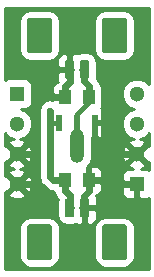
<source format=gtl>
G04 #@! TF.GenerationSoftware,KiCad,Pcbnew,5.0.1-33cea8e~68~ubuntu18.04.1*
G04 #@! TF.CreationDate,2018-11-10T11:43:34+01:00*
G04 #@! TF.ProjectId,MCP1702_SOT89_breakoutmodule,4D4350313730325F534F5438395F6272,rev?*
G04 #@! TF.SameCoordinates,Original*
G04 #@! TF.FileFunction,Copper,L1,Top,Signal*
G04 #@! TF.FilePolarity,Positive*
%FSLAX46Y46*%
G04 Gerber Fmt 4.6, Leading zero omitted, Abs format (unit mm)*
G04 Created by KiCad (PCBNEW 5.0.1-33cea8e~68~ubuntu18.04.1) date za 10 nov 2018 11:43:34 CET*
%MOMM*%
%LPD*%
G01*
G04 APERTURE LIST*
G04 #@! TA.AperFunction,SMDPad,CuDef*
%ADD10R,1.000000X1.250000*%
G04 #@! TD*
G04 #@! TA.AperFunction,ComponentPad*
%ADD11R,1.300000X1.300000*%
G04 #@! TD*
G04 #@! TA.AperFunction,ComponentPad*
%ADD12C,1.300000*%
G04 #@! TD*
G04 #@! TA.AperFunction,Conductor*
%ADD13C,0.100000*%
G04 #@! TD*
G04 #@! TA.AperFunction,SMDPad,CuDef*
%ADD14C,2.100000*%
G04 #@! TD*
G04 #@! TA.AperFunction,SMDPad,CuDef*
%ADD15C,0.800000*%
G04 #@! TD*
G04 #@! TA.AperFunction,SMDPad,CuDef*
%ADD16R,0.480000X1.400000*%
G04 #@! TD*
G04 #@! TA.AperFunction,SMDPad,CuDef*
%ADD17O,1.200000X2.850000*%
G04 #@! TD*
G04 #@! TA.AperFunction,ComponentPad*
%ADD18R,0.600000X0.600000*%
G04 #@! TD*
G04 #@! TA.AperFunction,ViaPad*
%ADD19C,0.550000*%
G04 #@! TD*
G04 #@! TA.AperFunction,Conductor*
%ADD20C,0.600000*%
G04 #@! TD*
G04 #@! TA.AperFunction,Conductor*
%ADD21C,0.400000*%
G04 #@! TD*
G04 #@! TA.AperFunction,Conductor*
%ADD22C,0.254000*%
G04 #@! TD*
G04 APERTURE END LIST*
D10*
G04 #@! TO.P,C1,1*
G04 #@! TO.N,+12V*
X136900000Y-73900000D03*
G04 #@! TO.P,C1,2*
G04 #@! TO.N,GND*
X134900000Y-73900000D03*
G04 #@! TD*
G04 #@! TO.P,C2,2*
G04 #@! TO.N,GND*
X136900000Y-81000000D03*
G04 #@! TO.P,C2,1*
G04 #@! TO.N,VDD*
X134900000Y-81000000D03*
G04 #@! TD*
D11*
G04 #@! TO.P,J1,1*
G04 #@! TO.N,+12V*
X130810000Y-73660000D03*
D12*
G04 #@! TO.P,J1,2*
X130810000Y-76200000D03*
G04 #@! TO.P,J1,3*
G04 #@! TO.N,GND*
X130810000Y-78740000D03*
G04 #@! TO.P,J1,4*
X130810000Y-81280000D03*
G04 #@! TD*
D13*
G04 #@! TO.N,N/C*
G04 #@! TO.C,J2*
G36*
X139889504Y-84726204D02*
X139913773Y-84729804D01*
X139937571Y-84735765D01*
X139960671Y-84744030D01*
X139982849Y-84754520D01*
X140003893Y-84767133D01*
X140023598Y-84781747D01*
X140041777Y-84798223D01*
X140058253Y-84816402D01*
X140072867Y-84836107D01*
X140085480Y-84857151D01*
X140095970Y-84879329D01*
X140104235Y-84902429D01*
X140110196Y-84926227D01*
X140113796Y-84950496D01*
X140115000Y-84975000D01*
X140115000Y-87475000D01*
X140113796Y-87499504D01*
X140110196Y-87523773D01*
X140104235Y-87547571D01*
X140095970Y-87570671D01*
X140085480Y-87592849D01*
X140072867Y-87613893D01*
X140058253Y-87633598D01*
X140041777Y-87651777D01*
X140023598Y-87668253D01*
X140003893Y-87682867D01*
X139982849Y-87695480D01*
X139960671Y-87705970D01*
X139937571Y-87714235D01*
X139913773Y-87720196D01*
X139889504Y-87723796D01*
X139865000Y-87725000D01*
X138265000Y-87725000D01*
X138240496Y-87723796D01*
X138216227Y-87720196D01*
X138192429Y-87714235D01*
X138169329Y-87705970D01*
X138147151Y-87695480D01*
X138126107Y-87682867D01*
X138106402Y-87668253D01*
X138088223Y-87651777D01*
X138071747Y-87633598D01*
X138057133Y-87613893D01*
X138044520Y-87592849D01*
X138034030Y-87570671D01*
X138025765Y-87547571D01*
X138019804Y-87523773D01*
X138016204Y-87499504D01*
X138015000Y-87475000D01*
X138015000Y-84975000D01*
X138016204Y-84950496D01*
X138019804Y-84926227D01*
X138025765Y-84902429D01*
X138034030Y-84879329D01*
X138044520Y-84857151D01*
X138057133Y-84836107D01*
X138071747Y-84816402D01*
X138088223Y-84798223D01*
X138106402Y-84781747D01*
X138126107Y-84767133D01*
X138147151Y-84754520D01*
X138169329Y-84744030D01*
X138192429Y-84735765D01*
X138216227Y-84729804D01*
X138240496Y-84726204D01*
X138265000Y-84725000D01*
X139865000Y-84725000D01*
X139889504Y-84726204D01*
X139889504Y-84726204D01*
G37*
D14*
G04 #@! TD*
G04 #@! TO.P,J2,MP*
G04 #@! TO.N,N/C*
X139065000Y-86225000D03*
D13*
G04 #@! TO.N,N/C*
G04 #@! TO.C,J2*
G36*
X133539504Y-84726204D02*
X133563773Y-84729804D01*
X133587571Y-84735765D01*
X133610671Y-84744030D01*
X133632849Y-84754520D01*
X133653893Y-84767133D01*
X133673598Y-84781747D01*
X133691777Y-84798223D01*
X133708253Y-84816402D01*
X133722867Y-84836107D01*
X133735480Y-84857151D01*
X133745970Y-84879329D01*
X133754235Y-84902429D01*
X133760196Y-84926227D01*
X133763796Y-84950496D01*
X133765000Y-84975000D01*
X133765000Y-87475000D01*
X133763796Y-87499504D01*
X133760196Y-87523773D01*
X133754235Y-87547571D01*
X133745970Y-87570671D01*
X133735480Y-87592849D01*
X133722867Y-87613893D01*
X133708253Y-87633598D01*
X133691777Y-87651777D01*
X133673598Y-87668253D01*
X133653893Y-87682867D01*
X133632849Y-87695480D01*
X133610671Y-87705970D01*
X133587571Y-87714235D01*
X133563773Y-87720196D01*
X133539504Y-87723796D01*
X133515000Y-87725000D01*
X131915000Y-87725000D01*
X131890496Y-87723796D01*
X131866227Y-87720196D01*
X131842429Y-87714235D01*
X131819329Y-87705970D01*
X131797151Y-87695480D01*
X131776107Y-87682867D01*
X131756402Y-87668253D01*
X131738223Y-87651777D01*
X131721747Y-87633598D01*
X131707133Y-87613893D01*
X131694520Y-87592849D01*
X131684030Y-87570671D01*
X131675765Y-87547571D01*
X131669804Y-87523773D01*
X131666204Y-87499504D01*
X131665000Y-87475000D01*
X131665000Y-84975000D01*
X131666204Y-84950496D01*
X131669804Y-84926227D01*
X131675765Y-84902429D01*
X131684030Y-84879329D01*
X131694520Y-84857151D01*
X131707133Y-84836107D01*
X131721747Y-84816402D01*
X131738223Y-84798223D01*
X131756402Y-84781747D01*
X131776107Y-84767133D01*
X131797151Y-84754520D01*
X131819329Y-84744030D01*
X131842429Y-84735765D01*
X131866227Y-84729804D01*
X131890496Y-84726204D01*
X131915000Y-84725000D01*
X133515000Y-84725000D01*
X133539504Y-84726204D01*
X133539504Y-84726204D01*
G37*
D14*
G04 #@! TD*
G04 #@! TO.P,J2,MP*
G04 #@! TO.N,N/C*
X132715000Y-86225000D03*
D13*
G04 #@! TO.N,GND*
G04 #@! TO.C,J2*
G36*
X136734603Y-82525963D02*
X136754018Y-82528843D01*
X136773057Y-82533612D01*
X136791537Y-82540224D01*
X136809279Y-82548616D01*
X136826114Y-82558706D01*
X136841879Y-82570398D01*
X136856421Y-82583579D01*
X136869602Y-82598121D01*
X136881294Y-82613886D01*
X136891384Y-82630721D01*
X136899776Y-82648463D01*
X136906388Y-82666943D01*
X136911157Y-82685982D01*
X136914037Y-82705397D01*
X136915000Y-82725000D01*
X136915000Y-83925000D01*
X136914037Y-83944603D01*
X136911157Y-83964018D01*
X136906388Y-83983057D01*
X136899776Y-84001537D01*
X136891384Y-84019279D01*
X136881294Y-84036114D01*
X136869602Y-84051879D01*
X136856421Y-84066421D01*
X136841879Y-84079602D01*
X136826114Y-84091294D01*
X136809279Y-84101384D01*
X136791537Y-84109776D01*
X136773057Y-84116388D01*
X136754018Y-84121157D01*
X136734603Y-84124037D01*
X136715000Y-84125000D01*
X136315000Y-84125000D01*
X136295397Y-84124037D01*
X136275982Y-84121157D01*
X136256943Y-84116388D01*
X136238463Y-84109776D01*
X136220721Y-84101384D01*
X136203886Y-84091294D01*
X136188121Y-84079602D01*
X136173579Y-84066421D01*
X136160398Y-84051879D01*
X136148706Y-84036114D01*
X136138616Y-84019279D01*
X136130224Y-84001537D01*
X136123612Y-83983057D01*
X136118843Y-83964018D01*
X136115963Y-83944603D01*
X136115000Y-83925000D01*
X136115000Y-82725000D01*
X136115963Y-82705397D01*
X136118843Y-82685982D01*
X136123612Y-82666943D01*
X136130224Y-82648463D01*
X136138616Y-82630721D01*
X136148706Y-82613886D01*
X136160398Y-82598121D01*
X136173579Y-82583579D01*
X136188121Y-82570398D01*
X136203886Y-82558706D01*
X136220721Y-82548616D01*
X136238463Y-82540224D01*
X136256943Y-82533612D01*
X136275982Y-82528843D01*
X136295397Y-82525963D01*
X136315000Y-82525000D01*
X136715000Y-82525000D01*
X136734603Y-82525963D01*
X136734603Y-82525963D01*
G37*
D15*
G04 #@! TD*
G04 #@! TO.P,J2,2*
G04 #@! TO.N,GND*
X136515000Y-83325000D03*
D13*
G04 #@! TO.N,VDD*
G04 #@! TO.C,J2*
G36*
X135484603Y-82525963D02*
X135504018Y-82528843D01*
X135523057Y-82533612D01*
X135541537Y-82540224D01*
X135559279Y-82548616D01*
X135576114Y-82558706D01*
X135591879Y-82570398D01*
X135606421Y-82583579D01*
X135619602Y-82598121D01*
X135631294Y-82613886D01*
X135641384Y-82630721D01*
X135649776Y-82648463D01*
X135656388Y-82666943D01*
X135661157Y-82685982D01*
X135664037Y-82705397D01*
X135665000Y-82725000D01*
X135665000Y-83925000D01*
X135664037Y-83944603D01*
X135661157Y-83964018D01*
X135656388Y-83983057D01*
X135649776Y-84001537D01*
X135641384Y-84019279D01*
X135631294Y-84036114D01*
X135619602Y-84051879D01*
X135606421Y-84066421D01*
X135591879Y-84079602D01*
X135576114Y-84091294D01*
X135559279Y-84101384D01*
X135541537Y-84109776D01*
X135523057Y-84116388D01*
X135504018Y-84121157D01*
X135484603Y-84124037D01*
X135465000Y-84125000D01*
X135065000Y-84125000D01*
X135045397Y-84124037D01*
X135025982Y-84121157D01*
X135006943Y-84116388D01*
X134988463Y-84109776D01*
X134970721Y-84101384D01*
X134953886Y-84091294D01*
X134938121Y-84079602D01*
X134923579Y-84066421D01*
X134910398Y-84051879D01*
X134898706Y-84036114D01*
X134888616Y-84019279D01*
X134880224Y-84001537D01*
X134873612Y-83983057D01*
X134868843Y-83964018D01*
X134865963Y-83944603D01*
X134865000Y-83925000D01*
X134865000Y-82725000D01*
X134865963Y-82705397D01*
X134868843Y-82685982D01*
X134873612Y-82666943D01*
X134880224Y-82648463D01*
X134888616Y-82630721D01*
X134898706Y-82613886D01*
X134910398Y-82598121D01*
X134923579Y-82583579D01*
X134938121Y-82570398D01*
X134953886Y-82558706D01*
X134970721Y-82548616D01*
X134988463Y-82540224D01*
X135006943Y-82533612D01*
X135025982Y-82528843D01*
X135045397Y-82525963D01*
X135065000Y-82525000D01*
X135465000Y-82525000D01*
X135484603Y-82525963D01*
X135484603Y-82525963D01*
G37*
D15*
G04 #@! TD*
G04 #@! TO.P,J2,1*
G04 #@! TO.N,VDD*
X135265000Y-83325000D03*
D13*
G04 #@! TO.N,+12V*
G04 #@! TO.C,J3*
G36*
X136734603Y-70815963D02*
X136754018Y-70818843D01*
X136773057Y-70823612D01*
X136791537Y-70830224D01*
X136809279Y-70838616D01*
X136826114Y-70848706D01*
X136841879Y-70860398D01*
X136856421Y-70873579D01*
X136869602Y-70888121D01*
X136881294Y-70903886D01*
X136891384Y-70920721D01*
X136899776Y-70938463D01*
X136906388Y-70956943D01*
X136911157Y-70975982D01*
X136914037Y-70995397D01*
X136915000Y-71015000D01*
X136915000Y-72215000D01*
X136914037Y-72234603D01*
X136911157Y-72254018D01*
X136906388Y-72273057D01*
X136899776Y-72291537D01*
X136891384Y-72309279D01*
X136881294Y-72326114D01*
X136869602Y-72341879D01*
X136856421Y-72356421D01*
X136841879Y-72369602D01*
X136826114Y-72381294D01*
X136809279Y-72391384D01*
X136791537Y-72399776D01*
X136773057Y-72406388D01*
X136754018Y-72411157D01*
X136734603Y-72414037D01*
X136715000Y-72415000D01*
X136315000Y-72415000D01*
X136295397Y-72414037D01*
X136275982Y-72411157D01*
X136256943Y-72406388D01*
X136238463Y-72399776D01*
X136220721Y-72391384D01*
X136203886Y-72381294D01*
X136188121Y-72369602D01*
X136173579Y-72356421D01*
X136160398Y-72341879D01*
X136148706Y-72326114D01*
X136138616Y-72309279D01*
X136130224Y-72291537D01*
X136123612Y-72273057D01*
X136118843Y-72254018D01*
X136115963Y-72234603D01*
X136115000Y-72215000D01*
X136115000Y-71015000D01*
X136115963Y-70995397D01*
X136118843Y-70975982D01*
X136123612Y-70956943D01*
X136130224Y-70938463D01*
X136138616Y-70920721D01*
X136148706Y-70903886D01*
X136160398Y-70888121D01*
X136173579Y-70873579D01*
X136188121Y-70860398D01*
X136203886Y-70848706D01*
X136220721Y-70838616D01*
X136238463Y-70830224D01*
X136256943Y-70823612D01*
X136275982Y-70818843D01*
X136295397Y-70815963D01*
X136315000Y-70815000D01*
X136715000Y-70815000D01*
X136734603Y-70815963D01*
X136734603Y-70815963D01*
G37*
D15*
G04 #@! TD*
G04 #@! TO.P,J3,1*
G04 #@! TO.N,+12V*
X136515000Y-71615000D03*
D13*
G04 #@! TO.N,GND*
G04 #@! TO.C,J3*
G36*
X135484603Y-70815963D02*
X135504018Y-70818843D01*
X135523057Y-70823612D01*
X135541537Y-70830224D01*
X135559279Y-70838616D01*
X135576114Y-70848706D01*
X135591879Y-70860398D01*
X135606421Y-70873579D01*
X135619602Y-70888121D01*
X135631294Y-70903886D01*
X135641384Y-70920721D01*
X135649776Y-70938463D01*
X135656388Y-70956943D01*
X135661157Y-70975982D01*
X135664037Y-70995397D01*
X135665000Y-71015000D01*
X135665000Y-72215000D01*
X135664037Y-72234603D01*
X135661157Y-72254018D01*
X135656388Y-72273057D01*
X135649776Y-72291537D01*
X135641384Y-72309279D01*
X135631294Y-72326114D01*
X135619602Y-72341879D01*
X135606421Y-72356421D01*
X135591879Y-72369602D01*
X135576114Y-72381294D01*
X135559279Y-72391384D01*
X135541537Y-72399776D01*
X135523057Y-72406388D01*
X135504018Y-72411157D01*
X135484603Y-72414037D01*
X135465000Y-72415000D01*
X135065000Y-72415000D01*
X135045397Y-72414037D01*
X135025982Y-72411157D01*
X135006943Y-72406388D01*
X134988463Y-72399776D01*
X134970721Y-72391384D01*
X134953886Y-72381294D01*
X134938121Y-72369602D01*
X134923579Y-72356421D01*
X134910398Y-72341879D01*
X134898706Y-72326114D01*
X134888616Y-72309279D01*
X134880224Y-72291537D01*
X134873612Y-72273057D01*
X134868843Y-72254018D01*
X134865963Y-72234603D01*
X134865000Y-72215000D01*
X134865000Y-71015000D01*
X134865963Y-70995397D01*
X134868843Y-70975982D01*
X134873612Y-70956943D01*
X134880224Y-70938463D01*
X134888616Y-70920721D01*
X134898706Y-70903886D01*
X134910398Y-70888121D01*
X134923579Y-70873579D01*
X134938121Y-70860398D01*
X134953886Y-70848706D01*
X134970721Y-70838616D01*
X134988463Y-70830224D01*
X135006943Y-70823612D01*
X135025982Y-70818843D01*
X135045397Y-70815963D01*
X135065000Y-70815000D01*
X135465000Y-70815000D01*
X135484603Y-70815963D01*
X135484603Y-70815963D01*
G37*
D15*
G04 #@! TD*
G04 #@! TO.P,J3,2*
G04 #@! TO.N,GND*
X135265000Y-71615000D03*
D13*
G04 #@! TO.N,N/C*
G04 #@! TO.C,J3*
G36*
X139889504Y-67216204D02*
X139913773Y-67219804D01*
X139937571Y-67225765D01*
X139960671Y-67234030D01*
X139982849Y-67244520D01*
X140003893Y-67257133D01*
X140023598Y-67271747D01*
X140041777Y-67288223D01*
X140058253Y-67306402D01*
X140072867Y-67326107D01*
X140085480Y-67347151D01*
X140095970Y-67369329D01*
X140104235Y-67392429D01*
X140110196Y-67416227D01*
X140113796Y-67440496D01*
X140115000Y-67465000D01*
X140115000Y-69965000D01*
X140113796Y-69989504D01*
X140110196Y-70013773D01*
X140104235Y-70037571D01*
X140095970Y-70060671D01*
X140085480Y-70082849D01*
X140072867Y-70103893D01*
X140058253Y-70123598D01*
X140041777Y-70141777D01*
X140023598Y-70158253D01*
X140003893Y-70172867D01*
X139982849Y-70185480D01*
X139960671Y-70195970D01*
X139937571Y-70204235D01*
X139913773Y-70210196D01*
X139889504Y-70213796D01*
X139865000Y-70215000D01*
X138265000Y-70215000D01*
X138240496Y-70213796D01*
X138216227Y-70210196D01*
X138192429Y-70204235D01*
X138169329Y-70195970D01*
X138147151Y-70185480D01*
X138126107Y-70172867D01*
X138106402Y-70158253D01*
X138088223Y-70141777D01*
X138071747Y-70123598D01*
X138057133Y-70103893D01*
X138044520Y-70082849D01*
X138034030Y-70060671D01*
X138025765Y-70037571D01*
X138019804Y-70013773D01*
X138016204Y-69989504D01*
X138015000Y-69965000D01*
X138015000Y-67465000D01*
X138016204Y-67440496D01*
X138019804Y-67416227D01*
X138025765Y-67392429D01*
X138034030Y-67369329D01*
X138044520Y-67347151D01*
X138057133Y-67326107D01*
X138071747Y-67306402D01*
X138088223Y-67288223D01*
X138106402Y-67271747D01*
X138126107Y-67257133D01*
X138147151Y-67244520D01*
X138169329Y-67234030D01*
X138192429Y-67225765D01*
X138216227Y-67219804D01*
X138240496Y-67216204D01*
X138265000Y-67215000D01*
X139865000Y-67215000D01*
X139889504Y-67216204D01*
X139889504Y-67216204D01*
G37*
D14*
G04 #@! TD*
G04 #@! TO.P,J3,MP*
G04 #@! TO.N,N/C*
X139065000Y-68715000D03*
D13*
G04 #@! TO.N,N/C*
G04 #@! TO.C,J3*
G36*
X133539504Y-67216204D02*
X133563773Y-67219804D01*
X133587571Y-67225765D01*
X133610671Y-67234030D01*
X133632849Y-67244520D01*
X133653893Y-67257133D01*
X133673598Y-67271747D01*
X133691777Y-67288223D01*
X133708253Y-67306402D01*
X133722867Y-67326107D01*
X133735480Y-67347151D01*
X133745970Y-67369329D01*
X133754235Y-67392429D01*
X133760196Y-67416227D01*
X133763796Y-67440496D01*
X133765000Y-67465000D01*
X133765000Y-69965000D01*
X133763796Y-69989504D01*
X133760196Y-70013773D01*
X133754235Y-70037571D01*
X133745970Y-70060671D01*
X133735480Y-70082849D01*
X133722867Y-70103893D01*
X133708253Y-70123598D01*
X133691777Y-70141777D01*
X133673598Y-70158253D01*
X133653893Y-70172867D01*
X133632849Y-70185480D01*
X133610671Y-70195970D01*
X133587571Y-70204235D01*
X133563773Y-70210196D01*
X133539504Y-70213796D01*
X133515000Y-70215000D01*
X131915000Y-70215000D01*
X131890496Y-70213796D01*
X131866227Y-70210196D01*
X131842429Y-70204235D01*
X131819329Y-70195970D01*
X131797151Y-70185480D01*
X131776107Y-70172867D01*
X131756402Y-70158253D01*
X131738223Y-70141777D01*
X131721747Y-70123598D01*
X131707133Y-70103893D01*
X131694520Y-70082849D01*
X131684030Y-70060671D01*
X131675765Y-70037571D01*
X131669804Y-70013773D01*
X131666204Y-69989504D01*
X131665000Y-69965000D01*
X131665000Y-67465000D01*
X131666204Y-67440496D01*
X131669804Y-67416227D01*
X131675765Y-67392429D01*
X131684030Y-67369329D01*
X131694520Y-67347151D01*
X131707133Y-67326107D01*
X131721747Y-67306402D01*
X131738223Y-67288223D01*
X131756402Y-67271747D01*
X131776107Y-67257133D01*
X131797151Y-67244520D01*
X131819329Y-67234030D01*
X131842429Y-67225765D01*
X131866227Y-67219804D01*
X131890496Y-67216204D01*
X131915000Y-67215000D01*
X133515000Y-67215000D01*
X133539504Y-67216204D01*
X133539504Y-67216204D01*
G37*
D14*
G04 #@! TD*
G04 #@! TO.P,J3,MP*
G04 #@! TO.N,N/C*
X132715000Y-68715000D03*
D12*
G04 #@! TO.P,J4,4*
G04 #@! TO.N,VDD*
X140970000Y-73660000D03*
G04 #@! TO.P,J4,3*
X140970000Y-76200000D03*
G04 #@! TO.P,J4,2*
G04 #@! TO.N,GND*
X140970000Y-78740000D03*
D11*
G04 #@! TO.P,J4,1*
X140970000Y-81280000D03*
G04 #@! TD*
D16*
G04 #@! TO.P,U1,1*
G04 #@! TO.N,GND*
X137400000Y-76100000D03*
G04 #@! TO.P,U1,2*
G04 #@! TO.N,+12V*
X135900000Y-76100000D03*
G04 #@! TO.P,U1,3*
G04 #@! TO.N,VDD*
X134400000Y-76100000D03*
D17*
G04 #@! TO.P,U1,TAB*
G04 #@! TO.N,+12V*
X135900000Y-78100000D03*
D18*
X136200000Y-77800000D03*
X135600000Y-77800000D03*
X135600000Y-78400000D03*
X136200000Y-78400000D03*
X135900000Y-79000000D03*
X135900000Y-77200000D03*
G04 #@! TD*
D19*
G04 #@! TO.N,GND*
X133800000Y-73900000D03*
X138200000Y-73900000D03*
G04 #@! TO.N,VDD*
X133600000Y-75100000D03*
G04 #@! TD*
D20*
G04 #@! TO.N,+12V*
X136515000Y-71615000D02*
X136515000Y-72615000D01*
X136900000Y-73000000D02*
X136900000Y-73900000D01*
X136515000Y-72615000D02*
X136900000Y-73000000D01*
D21*
X136900000Y-73900000D02*
X136900000Y-74400000D01*
X135900000Y-75400000D02*
X135900000Y-76100000D01*
X136900000Y-74400000D02*
X135900000Y-75400000D01*
X135900000Y-76100000D02*
X135900000Y-78100000D01*
D20*
G04 #@! TO.N,GND*
X135265000Y-71615000D02*
X135265000Y-72635000D01*
X134900000Y-73000000D02*
X134900000Y-73900000D01*
X135265000Y-72635000D02*
X134900000Y-73000000D01*
X134900000Y-73900000D02*
X133800000Y-73900000D01*
X136515000Y-83325000D02*
X136515000Y-82285000D01*
X136900000Y-81900000D02*
X136900000Y-81000000D01*
X136515000Y-82285000D02*
X136900000Y-81900000D01*
X132120000Y-81280000D02*
X130810000Y-81280000D01*
X133800000Y-73900000D02*
X133200000Y-73900000D01*
X132500000Y-80900000D02*
X132120000Y-81280000D01*
X133200000Y-73900000D02*
X132500000Y-74600000D01*
X132460000Y-78740000D02*
X132500000Y-78700000D01*
X130810000Y-78740000D02*
X132460000Y-78740000D01*
X132500000Y-74600000D02*
X132500000Y-78700000D01*
X132500000Y-78700000D02*
X132500000Y-80900000D01*
X138200000Y-81000000D02*
X136900000Y-81000000D01*
X138480000Y-81280000D02*
X138200000Y-81000000D01*
X140970000Y-81280000D02*
X138480000Y-81280000D01*
X140970000Y-78740000D02*
X138260000Y-78740000D01*
X138260000Y-78740000D02*
X138200000Y-78800000D01*
X138200000Y-78800000D02*
X138200000Y-81000000D01*
D21*
X137400000Y-76100000D02*
X138200000Y-76100000D01*
D20*
X138200000Y-73900000D02*
X138200000Y-76100000D01*
X138200000Y-76100000D02*
X138200000Y-78800000D01*
G04 #@! TO.N,VDD*
X134900000Y-81900000D02*
X134900000Y-81000000D01*
X135265000Y-83325000D02*
X135265000Y-82265000D01*
X135265000Y-82265000D02*
X134900000Y-81900000D01*
D21*
X134400000Y-76100000D02*
X133800000Y-76100000D01*
D20*
X133600000Y-76300000D02*
X133600000Y-80700000D01*
X133900000Y-81000000D02*
X134900000Y-81000000D01*
X133600000Y-80700000D02*
X133900000Y-81000000D01*
X133600000Y-76300000D02*
X133600000Y-75100000D01*
G04 #@! TD*
D22*
G04 #@! TO.N,GND*
G36*
X141990000Y-72862735D02*
X141697894Y-72570629D01*
X141225602Y-72375000D01*
X140714398Y-72375000D01*
X140242106Y-72570629D01*
X139880629Y-72932106D01*
X139685000Y-73404398D01*
X139685000Y-73915602D01*
X139880629Y-74387894D01*
X140242106Y-74749371D01*
X140678185Y-74930000D01*
X140242106Y-75110629D01*
X139880629Y-75472106D01*
X139685000Y-75944398D01*
X139685000Y-76455602D01*
X139880629Y-76927894D01*
X140242106Y-77289371D01*
X140677634Y-77469772D01*
X140640572Y-77471917D01*
X140306271Y-77610389D01*
X140250590Y-77840984D01*
X140970000Y-78560395D01*
X141689410Y-77840984D01*
X141633729Y-77610389D01*
X141247426Y-77475960D01*
X141697894Y-77289371D01*
X141990000Y-76997265D01*
X141990001Y-78049804D01*
X141869016Y-78020590D01*
X141149605Y-78740000D01*
X141869016Y-79459410D01*
X141990001Y-79430196D01*
X141990001Y-80101975D01*
X141979699Y-80091673D01*
X141746310Y-79995000D01*
X141331013Y-79995000D01*
X141633729Y-79869611D01*
X141689410Y-79639016D01*
X140970000Y-78919605D01*
X140250590Y-79639016D01*
X140306271Y-79869611D01*
X140666597Y-79995000D01*
X140193690Y-79995000D01*
X139960301Y-80091673D01*
X139781673Y-80270302D01*
X139685000Y-80503691D01*
X139685000Y-80994250D01*
X139843750Y-81153000D01*
X140843000Y-81153000D01*
X140843000Y-81133000D01*
X141097000Y-81133000D01*
X141097000Y-81153000D01*
X141117000Y-81153000D01*
X141117000Y-81407000D01*
X141097000Y-81407000D01*
X141097000Y-82406250D01*
X141255750Y-82565000D01*
X141746310Y-82565000D01*
X141979699Y-82468327D01*
X141990001Y-82458025D01*
X141990001Y-88490000D01*
X129810000Y-88490000D01*
X129810000Y-84975000D01*
X131017560Y-84975000D01*
X131017560Y-87475000D01*
X131085874Y-87818435D01*
X131280414Y-88109586D01*
X131571565Y-88304126D01*
X131915000Y-88372440D01*
X133515000Y-88372440D01*
X133858435Y-88304126D01*
X134149586Y-88109586D01*
X134344126Y-87818435D01*
X134412440Y-87475000D01*
X134412440Y-84975000D01*
X137367560Y-84975000D01*
X137367560Y-87475000D01*
X137435874Y-87818435D01*
X137630414Y-88109586D01*
X137921565Y-88304126D01*
X138265000Y-88372440D01*
X139865000Y-88372440D01*
X140208435Y-88304126D01*
X140499586Y-88109586D01*
X140694126Y-87818435D01*
X140762440Y-87475000D01*
X140762440Y-84975000D01*
X140694126Y-84631565D01*
X140499586Y-84340414D01*
X140208435Y-84145874D01*
X139865000Y-84077560D01*
X138265000Y-84077560D01*
X137921565Y-84145874D01*
X137630414Y-84340414D01*
X137435874Y-84631565D01*
X137367560Y-84975000D01*
X134412440Y-84975000D01*
X134344126Y-84631565D01*
X134149586Y-84340414D01*
X133858435Y-84145874D01*
X133515000Y-84077560D01*
X131915000Y-84077560D01*
X131571565Y-84145874D01*
X131280414Y-84340414D01*
X131085874Y-84631565D01*
X131017560Y-84975000D01*
X129810000Y-84975000D01*
X129810000Y-82179016D01*
X130090590Y-82179016D01*
X130146271Y-82409611D01*
X130629078Y-82577622D01*
X131139428Y-82548083D01*
X131473729Y-82409611D01*
X131529410Y-82179016D01*
X130810000Y-81459605D01*
X130090590Y-82179016D01*
X129810000Y-82179016D01*
X129810000Y-81975026D01*
X129910984Y-81999410D01*
X130630395Y-81280000D01*
X130989605Y-81280000D01*
X131709016Y-81999410D01*
X131939611Y-81943729D01*
X132107622Y-81460922D01*
X132078083Y-80950572D01*
X131974293Y-80700000D01*
X132646683Y-80700000D01*
X132719250Y-81064818D01*
X132863030Y-81280000D01*
X132925904Y-81374097D01*
X133003970Y-81426259D01*
X133173739Y-81596028D01*
X133225903Y-81674097D01*
X133535181Y-81880750D01*
X133807914Y-81935000D01*
X133848871Y-81943147D01*
X133942191Y-82082809D01*
X133989309Y-82114292D01*
X134019250Y-82264818D01*
X134225903Y-82574097D01*
X134245034Y-82586880D01*
X134217560Y-82725000D01*
X134217560Y-83925000D01*
X134282068Y-84249301D01*
X134465769Y-84524231D01*
X134740699Y-84707932D01*
X135065000Y-84772440D01*
X135465000Y-84772440D01*
X135789301Y-84707932D01*
X135817500Y-84689090D01*
X135988691Y-84760000D01*
X136229250Y-84760000D01*
X136388000Y-84601250D01*
X136388000Y-83452000D01*
X136642000Y-83452000D01*
X136642000Y-84601250D01*
X136800750Y-84760000D01*
X137041309Y-84760000D01*
X137274698Y-84663327D01*
X137453327Y-84484699D01*
X137550000Y-84251310D01*
X137550000Y-83610750D01*
X137391250Y-83452000D01*
X136642000Y-83452000D01*
X136388000Y-83452000D01*
X136368000Y-83452000D01*
X136368000Y-83198000D01*
X136388000Y-83198000D01*
X136388000Y-83178000D01*
X136642000Y-83178000D01*
X136642000Y-83198000D01*
X137391250Y-83198000D01*
X137550000Y-83039250D01*
X137550000Y-82398690D01*
X137492553Y-82260000D01*
X137526309Y-82260000D01*
X137759698Y-82163327D01*
X137938327Y-81984699D01*
X138035000Y-81751310D01*
X138035000Y-81565750D01*
X139685000Y-81565750D01*
X139685000Y-82056309D01*
X139781673Y-82289698D01*
X139960301Y-82468327D01*
X140193690Y-82565000D01*
X140684250Y-82565000D01*
X140843000Y-82406250D01*
X140843000Y-81407000D01*
X139843750Y-81407000D01*
X139685000Y-81565750D01*
X138035000Y-81565750D01*
X138035000Y-81285750D01*
X137876250Y-81127000D01*
X137027000Y-81127000D01*
X137027000Y-81147000D01*
X136773000Y-81147000D01*
X136773000Y-81127000D01*
X136753000Y-81127000D01*
X136753000Y-80873000D01*
X136773000Y-80873000D01*
X136773000Y-79898750D01*
X137027000Y-79898750D01*
X137027000Y-80873000D01*
X137876250Y-80873000D01*
X138035000Y-80714250D01*
X138035000Y-80248690D01*
X137938327Y-80015301D01*
X137759698Y-79836673D01*
X137526309Y-79740000D01*
X137185750Y-79740000D01*
X137027000Y-79898750D01*
X136773000Y-79898750D01*
X136729990Y-79855740D01*
X136790385Y-79815385D01*
X137063344Y-79406873D01*
X137135000Y-79046636D01*
X137135000Y-78762541D01*
X137147440Y-78700000D01*
X137147440Y-78559078D01*
X139672378Y-78559078D01*
X139701917Y-79069428D01*
X139840389Y-79403729D01*
X140070984Y-79459410D01*
X140790395Y-78740000D01*
X140070984Y-78020590D01*
X139840389Y-78076271D01*
X139672378Y-78559078D01*
X137147440Y-78559078D01*
X137147440Y-77500000D01*
X137135000Y-77437459D01*
X137135000Y-77421250D01*
X137280000Y-77276250D01*
X137280000Y-76227000D01*
X137520000Y-76227000D01*
X137520000Y-77276250D01*
X137678750Y-77435000D01*
X137766309Y-77435000D01*
X137999698Y-77338327D01*
X138178327Y-77159699D01*
X138275000Y-76926310D01*
X138275000Y-76385750D01*
X138116250Y-76227000D01*
X137520000Y-76227000D01*
X137280000Y-76227000D01*
X137253000Y-76227000D01*
X137253000Y-75973000D01*
X137280000Y-75973000D01*
X137280000Y-75953000D01*
X137520000Y-75953000D01*
X137520000Y-75973000D01*
X138116250Y-75973000D01*
X138275000Y-75814250D01*
X138275000Y-75273690D01*
X138178327Y-75040301D01*
X137999698Y-74861673D01*
X137951962Y-74841900D01*
X137998157Y-74772765D01*
X138047440Y-74525000D01*
X138047440Y-73275000D01*
X137998157Y-73027235D01*
X137857809Y-72817191D01*
X137810692Y-72785708D01*
X137780750Y-72635181D01*
X137574097Y-72325903D01*
X137544335Y-72306017D01*
X137562440Y-72215000D01*
X137562440Y-71015000D01*
X137497932Y-70690699D01*
X137314231Y-70415769D01*
X137039301Y-70232068D01*
X136715000Y-70167560D01*
X136315000Y-70167560D01*
X135990699Y-70232068D01*
X135962500Y-70250910D01*
X135791309Y-70180000D01*
X135550750Y-70180000D01*
X135392000Y-70338750D01*
X135392000Y-71488000D01*
X135412000Y-71488000D01*
X135412000Y-71742000D01*
X135392000Y-71742000D01*
X135392000Y-71762000D01*
X135138000Y-71762000D01*
X135138000Y-71742000D01*
X134388750Y-71742000D01*
X134230000Y-71900750D01*
X134230000Y-72541310D01*
X134271291Y-72640994D01*
X134040302Y-72736673D01*
X133861673Y-72915301D01*
X133765000Y-73148690D01*
X133765000Y-73614250D01*
X133923750Y-73773000D01*
X134773000Y-73773000D01*
X134773000Y-73753000D01*
X135027000Y-73753000D01*
X135027000Y-73773000D01*
X135047000Y-73773000D01*
X135047000Y-74027000D01*
X135027000Y-74027000D01*
X135027000Y-74047000D01*
X134773000Y-74047000D01*
X134773000Y-74027000D01*
X133923750Y-74027000D01*
X133770210Y-74180540D01*
X133600000Y-74146683D01*
X133235182Y-74219250D01*
X132925904Y-74425903D01*
X132719251Y-74735181D01*
X132665001Y-75007914D01*
X132665000Y-76207914D01*
X132665000Y-76207915D01*
X132665001Y-80607910D01*
X132646683Y-80700000D01*
X131974293Y-80700000D01*
X131939611Y-80616271D01*
X131709016Y-80560590D01*
X130989605Y-81280000D01*
X130630395Y-81280000D01*
X129910984Y-80560590D01*
X129810000Y-80584974D01*
X129810000Y-79639016D01*
X130090590Y-79639016D01*
X130146271Y-79869611D01*
X130544566Y-80008213D01*
X130480572Y-80011917D01*
X130146271Y-80150389D01*
X130090590Y-80380984D01*
X130810000Y-81100395D01*
X131529410Y-80380984D01*
X131473729Y-80150389D01*
X131075434Y-80011787D01*
X131139428Y-80008083D01*
X131473729Y-79869611D01*
X131529410Y-79639016D01*
X130810000Y-78919605D01*
X130090590Y-79639016D01*
X129810000Y-79639016D01*
X129810000Y-79435026D01*
X129910984Y-79459410D01*
X130630395Y-78740000D01*
X130989605Y-78740000D01*
X131709016Y-79459410D01*
X131939611Y-79403729D01*
X132107622Y-78920922D01*
X132078083Y-78410572D01*
X131939611Y-78076271D01*
X131709016Y-78020590D01*
X130989605Y-78740000D01*
X130630395Y-78740000D01*
X129910984Y-78020590D01*
X129810000Y-78044974D01*
X129810000Y-77017265D01*
X130082106Y-77289371D01*
X130517634Y-77469772D01*
X130480572Y-77471917D01*
X130146271Y-77610389D01*
X130090590Y-77840984D01*
X130810000Y-78560395D01*
X131529410Y-77840984D01*
X131473729Y-77610389D01*
X131087426Y-77475960D01*
X131537894Y-77289371D01*
X131899371Y-76927894D01*
X132095000Y-76455602D01*
X132095000Y-75944398D01*
X131899371Y-75472106D01*
X131537894Y-75110629D01*
X131168062Y-74957440D01*
X131460000Y-74957440D01*
X131707765Y-74908157D01*
X131917809Y-74767809D01*
X132058157Y-74557765D01*
X132107440Y-74310000D01*
X132107440Y-73010000D01*
X132058157Y-72762235D01*
X131917809Y-72552191D01*
X131707765Y-72411843D01*
X131460000Y-72362560D01*
X130160000Y-72362560D01*
X129912235Y-72411843D01*
X129810000Y-72480155D01*
X129810000Y-67465000D01*
X131017560Y-67465000D01*
X131017560Y-69965000D01*
X131085874Y-70308435D01*
X131280414Y-70599586D01*
X131571565Y-70794126D01*
X131915000Y-70862440D01*
X133515000Y-70862440D01*
X133858435Y-70794126D01*
X134016231Y-70688690D01*
X134230000Y-70688690D01*
X134230000Y-71329250D01*
X134388750Y-71488000D01*
X135138000Y-71488000D01*
X135138000Y-70338750D01*
X134979250Y-70180000D01*
X134738691Y-70180000D01*
X134505302Y-70276673D01*
X134326673Y-70455301D01*
X134230000Y-70688690D01*
X134016231Y-70688690D01*
X134149586Y-70599586D01*
X134344126Y-70308435D01*
X134412440Y-69965000D01*
X134412440Y-67465000D01*
X137367560Y-67465000D01*
X137367560Y-69965000D01*
X137435874Y-70308435D01*
X137630414Y-70599586D01*
X137921565Y-70794126D01*
X138265000Y-70862440D01*
X139865000Y-70862440D01*
X140208435Y-70794126D01*
X140499586Y-70599586D01*
X140694126Y-70308435D01*
X140762440Y-69965000D01*
X140762440Y-67465000D01*
X140694126Y-67121565D01*
X140499586Y-66830414D01*
X140208435Y-66635874D01*
X139865000Y-66567560D01*
X138265000Y-66567560D01*
X137921565Y-66635874D01*
X137630414Y-66830414D01*
X137435874Y-67121565D01*
X137367560Y-67465000D01*
X134412440Y-67465000D01*
X134344126Y-67121565D01*
X134149586Y-66830414D01*
X133858435Y-66635874D01*
X133515000Y-66567560D01*
X131915000Y-66567560D01*
X131571565Y-66635874D01*
X131280414Y-66830414D01*
X131085874Y-67121565D01*
X131017560Y-67465000D01*
X129810000Y-67465000D01*
X129810000Y-66410000D01*
X141990000Y-66410000D01*
X141990000Y-72862735D01*
X141990000Y-72862735D01*
G37*
X141990000Y-72862735D02*
X141697894Y-72570629D01*
X141225602Y-72375000D01*
X140714398Y-72375000D01*
X140242106Y-72570629D01*
X139880629Y-72932106D01*
X139685000Y-73404398D01*
X139685000Y-73915602D01*
X139880629Y-74387894D01*
X140242106Y-74749371D01*
X140678185Y-74930000D01*
X140242106Y-75110629D01*
X139880629Y-75472106D01*
X139685000Y-75944398D01*
X139685000Y-76455602D01*
X139880629Y-76927894D01*
X140242106Y-77289371D01*
X140677634Y-77469772D01*
X140640572Y-77471917D01*
X140306271Y-77610389D01*
X140250590Y-77840984D01*
X140970000Y-78560395D01*
X141689410Y-77840984D01*
X141633729Y-77610389D01*
X141247426Y-77475960D01*
X141697894Y-77289371D01*
X141990000Y-76997265D01*
X141990001Y-78049804D01*
X141869016Y-78020590D01*
X141149605Y-78740000D01*
X141869016Y-79459410D01*
X141990001Y-79430196D01*
X141990001Y-80101975D01*
X141979699Y-80091673D01*
X141746310Y-79995000D01*
X141331013Y-79995000D01*
X141633729Y-79869611D01*
X141689410Y-79639016D01*
X140970000Y-78919605D01*
X140250590Y-79639016D01*
X140306271Y-79869611D01*
X140666597Y-79995000D01*
X140193690Y-79995000D01*
X139960301Y-80091673D01*
X139781673Y-80270302D01*
X139685000Y-80503691D01*
X139685000Y-80994250D01*
X139843750Y-81153000D01*
X140843000Y-81153000D01*
X140843000Y-81133000D01*
X141097000Y-81133000D01*
X141097000Y-81153000D01*
X141117000Y-81153000D01*
X141117000Y-81407000D01*
X141097000Y-81407000D01*
X141097000Y-82406250D01*
X141255750Y-82565000D01*
X141746310Y-82565000D01*
X141979699Y-82468327D01*
X141990001Y-82458025D01*
X141990001Y-88490000D01*
X129810000Y-88490000D01*
X129810000Y-84975000D01*
X131017560Y-84975000D01*
X131017560Y-87475000D01*
X131085874Y-87818435D01*
X131280414Y-88109586D01*
X131571565Y-88304126D01*
X131915000Y-88372440D01*
X133515000Y-88372440D01*
X133858435Y-88304126D01*
X134149586Y-88109586D01*
X134344126Y-87818435D01*
X134412440Y-87475000D01*
X134412440Y-84975000D01*
X137367560Y-84975000D01*
X137367560Y-87475000D01*
X137435874Y-87818435D01*
X137630414Y-88109586D01*
X137921565Y-88304126D01*
X138265000Y-88372440D01*
X139865000Y-88372440D01*
X140208435Y-88304126D01*
X140499586Y-88109586D01*
X140694126Y-87818435D01*
X140762440Y-87475000D01*
X140762440Y-84975000D01*
X140694126Y-84631565D01*
X140499586Y-84340414D01*
X140208435Y-84145874D01*
X139865000Y-84077560D01*
X138265000Y-84077560D01*
X137921565Y-84145874D01*
X137630414Y-84340414D01*
X137435874Y-84631565D01*
X137367560Y-84975000D01*
X134412440Y-84975000D01*
X134344126Y-84631565D01*
X134149586Y-84340414D01*
X133858435Y-84145874D01*
X133515000Y-84077560D01*
X131915000Y-84077560D01*
X131571565Y-84145874D01*
X131280414Y-84340414D01*
X131085874Y-84631565D01*
X131017560Y-84975000D01*
X129810000Y-84975000D01*
X129810000Y-82179016D01*
X130090590Y-82179016D01*
X130146271Y-82409611D01*
X130629078Y-82577622D01*
X131139428Y-82548083D01*
X131473729Y-82409611D01*
X131529410Y-82179016D01*
X130810000Y-81459605D01*
X130090590Y-82179016D01*
X129810000Y-82179016D01*
X129810000Y-81975026D01*
X129910984Y-81999410D01*
X130630395Y-81280000D01*
X130989605Y-81280000D01*
X131709016Y-81999410D01*
X131939611Y-81943729D01*
X132107622Y-81460922D01*
X132078083Y-80950572D01*
X131974293Y-80700000D01*
X132646683Y-80700000D01*
X132719250Y-81064818D01*
X132863030Y-81280000D01*
X132925904Y-81374097D01*
X133003970Y-81426259D01*
X133173739Y-81596028D01*
X133225903Y-81674097D01*
X133535181Y-81880750D01*
X133807914Y-81935000D01*
X133848871Y-81943147D01*
X133942191Y-82082809D01*
X133989309Y-82114292D01*
X134019250Y-82264818D01*
X134225903Y-82574097D01*
X134245034Y-82586880D01*
X134217560Y-82725000D01*
X134217560Y-83925000D01*
X134282068Y-84249301D01*
X134465769Y-84524231D01*
X134740699Y-84707932D01*
X135065000Y-84772440D01*
X135465000Y-84772440D01*
X135789301Y-84707932D01*
X135817500Y-84689090D01*
X135988691Y-84760000D01*
X136229250Y-84760000D01*
X136388000Y-84601250D01*
X136388000Y-83452000D01*
X136642000Y-83452000D01*
X136642000Y-84601250D01*
X136800750Y-84760000D01*
X137041309Y-84760000D01*
X137274698Y-84663327D01*
X137453327Y-84484699D01*
X137550000Y-84251310D01*
X137550000Y-83610750D01*
X137391250Y-83452000D01*
X136642000Y-83452000D01*
X136388000Y-83452000D01*
X136368000Y-83452000D01*
X136368000Y-83198000D01*
X136388000Y-83198000D01*
X136388000Y-83178000D01*
X136642000Y-83178000D01*
X136642000Y-83198000D01*
X137391250Y-83198000D01*
X137550000Y-83039250D01*
X137550000Y-82398690D01*
X137492553Y-82260000D01*
X137526309Y-82260000D01*
X137759698Y-82163327D01*
X137938327Y-81984699D01*
X138035000Y-81751310D01*
X138035000Y-81565750D01*
X139685000Y-81565750D01*
X139685000Y-82056309D01*
X139781673Y-82289698D01*
X139960301Y-82468327D01*
X140193690Y-82565000D01*
X140684250Y-82565000D01*
X140843000Y-82406250D01*
X140843000Y-81407000D01*
X139843750Y-81407000D01*
X139685000Y-81565750D01*
X138035000Y-81565750D01*
X138035000Y-81285750D01*
X137876250Y-81127000D01*
X137027000Y-81127000D01*
X137027000Y-81147000D01*
X136773000Y-81147000D01*
X136773000Y-81127000D01*
X136753000Y-81127000D01*
X136753000Y-80873000D01*
X136773000Y-80873000D01*
X136773000Y-79898750D01*
X137027000Y-79898750D01*
X137027000Y-80873000D01*
X137876250Y-80873000D01*
X138035000Y-80714250D01*
X138035000Y-80248690D01*
X137938327Y-80015301D01*
X137759698Y-79836673D01*
X137526309Y-79740000D01*
X137185750Y-79740000D01*
X137027000Y-79898750D01*
X136773000Y-79898750D01*
X136729990Y-79855740D01*
X136790385Y-79815385D01*
X137063344Y-79406873D01*
X137135000Y-79046636D01*
X137135000Y-78762541D01*
X137147440Y-78700000D01*
X137147440Y-78559078D01*
X139672378Y-78559078D01*
X139701917Y-79069428D01*
X139840389Y-79403729D01*
X140070984Y-79459410D01*
X140790395Y-78740000D01*
X140070984Y-78020590D01*
X139840389Y-78076271D01*
X139672378Y-78559078D01*
X137147440Y-78559078D01*
X137147440Y-77500000D01*
X137135000Y-77437459D01*
X137135000Y-77421250D01*
X137280000Y-77276250D01*
X137280000Y-76227000D01*
X137520000Y-76227000D01*
X137520000Y-77276250D01*
X137678750Y-77435000D01*
X137766309Y-77435000D01*
X137999698Y-77338327D01*
X138178327Y-77159699D01*
X138275000Y-76926310D01*
X138275000Y-76385750D01*
X138116250Y-76227000D01*
X137520000Y-76227000D01*
X137280000Y-76227000D01*
X137253000Y-76227000D01*
X137253000Y-75973000D01*
X137280000Y-75973000D01*
X137280000Y-75953000D01*
X137520000Y-75953000D01*
X137520000Y-75973000D01*
X138116250Y-75973000D01*
X138275000Y-75814250D01*
X138275000Y-75273690D01*
X138178327Y-75040301D01*
X137999698Y-74861673D01*
X137951962Y-74841900D01*
X137998157Y-74772765D01*
X138047440Y-74525000D01*
X138047440Y-73275000D01*
X137998157Y-73027235D01*
X137857809Y-72817191D01*
X137810692Y-72785708D01*
X137780750Y-72635181D01*
X137574097Y-72325903D01*
X137544335Y-72306017D01*
X137562440Y-72215000D01*
X137562440Y-71015000D01*
X137497932Y-70690699D01*
X137314231Y-70415769D01*
X137039301Y-70232068D01*
X136715000Y-70167560D01*
X136315000Y-70167560D01*
X135990699Y-70232068D01*
X135962500Y-70250910D01*
X135791309Y-70180000D01*
X135550750Y-70180000D01*
X135392000Y-70338750D01*
X135392000Y-71488000D01*
X135412000Y-71488000D01*
X135412000Y-71742000D01*
X135392000Y-71742000D01*
X135392000Y-71762000D01*
X135138000Y-71762000D01*
X135138000Y-71742000D01*
X134388750Y-71742000D01*
X134230000Y-71900750D01*
X134230000Y-72541310D01*
X134271291Y-72640994D01*
X134040302Y-72736673D01*
X133861673Y-72915301D01*
X133765000Y-73148690D01*
X133765000Y-73614250D01*
X133923750Y-73773000D01*
X134773000Y-73773000D01*
X134773000Y-73753000D01*
X135027000Y-73753000D01*
X135027000Y-73773000D01*
X135047000Y-73773000D01*
X135047000Y-74027000D01*
X135027000Y-74027000D01*
X135027000Y-74047000D01*
X134773000Y-74047000D01*
X134773000Y-74027000D01*
X133923750Y-74027000D01*
X133770210Y-74180540D01*
X133600000Y-74146683D01*
X133235182Y-74219250D01*
X132925904Y-74425903D01*
X132719251Y-74735181D01*
X132665001Y-75007914D01*
X132665000Y-76207914D01*
X132665000Y-76207915D01*
X132665001Y-80607910D01*
X132646683Y-80700000D01*
X131974293Y-80700000D01*
X131939611Y-80616271D01*
X131709016Y-80560590D01*
X130989605Y-81280000D01*
X130630395Y-81280000D01*
X129910984Y-80560590D01*
X129810000Y-80584974D01*
X129810000Y-79639016D01*
X130090590Y-79639016D01*
X130146271Y-79869611D01*
X130544566Y-80008213D01*
X130480572Y-80011917D01*
X130146271Y-80150389D01*
X130090590Y-80380984D01*
X130810000Y-81100395D01*
X131529410Y-80380984D01*
X131473729Y-80150389D01*
X131075434Y-80011787D01*
X131139428Y-80008083D01*
X131473729Y-79869611D01*
X131529410Y-79639016D01*
X130810000Y-78919605D01*
X130090590Y-79639016D01*
X129810000Y-79639016D01*
X129810000Y-79435026D01*
X129910984Y-79459410D01*
X130630395Y-78740000D01*
X130989605Y-78740000D01*
X131709016Y-79459410D01*
X131939611Y-79403729D01*
X132107622Y-78920922D01*
X132078083Y-78410572D01*
X131939611Y-78076271D01*
X131709016Y-78020590D01*
X130989605Y-78740000D01*
X130630395Y-78740000D01*
X129910984Y-78020590D01*
X129810000Y-78044974D01*
X129810000Y-77017265D01*
X130082106Y-77289371D01*
X130517634Y-77469772D01*
X130480572Y-77471917D01*
X130146271Y-77610389D01*
X130090590Y-77840984D01*
X130810000Y-78560395D01*
X131529410Y-77840984D01*
X131473729Y-77610389D01*
X131087426Y-77475960D01*
X131537894Y-77289371D01*
X131899371Y-76927894D01*
X132095000Y-76455602D01*
X132095000Y-75944398D01*
X131899371Y-75472106D01*
X131537894Y-75110629D01*
X131168062Y-74957440D01*
X131460000Y-74957440D01*
X131707765Y-74908157D01*
X131917809Y-74767809D01*
X132058157Y-74557765D01*
X132107440Y-74310000D01*
X132107440Y-73010000D01*
X132058157Y-72762235D01*
X131917809Y-72552191D01*
X131707765Y-72411843D01*
X131460000Y-72362560D01*
X130160000Y-72362560D01*
X129912235Y-72411843D01*
X129810000Y-72480155D01*
X129810000Y-67465000D01*
X131017560Y-67465000D01*
X131017560Y-69965000D01*
X131085874Y-70308435D01*
X131280414Y-70599586D01*
X131571565Y-70794126D01*
X131915000Y-70862440D01*
X133515000Y-70862440D01*
X133858435Y-70794126D01*
X134016231Y-70688690D01*
X134230000Y-70688690D01*
X134230000Y-71329250D01*
X134388750Y-71488000D01*
X135138000Y-71488000D01*
X135138000Y-70338750D01*
X134979250Y-70180000D01*
X134738691Y-70180000D01*
X134505302Y-70276673D01*
X134326673Y-70455301D01*
X134230000Y-70688690D01*
X134016231Y-70688690D01*
X134149586Y-70599586D01*
X134344126Y-70308435D01*
X134412440Y-69965000D01*
X134412440Y-67465000D01*
X137367560Y-67465000D01*
X137367560Y-69965000D01*
X137435874Y-70308435D01*
X137630414Y-70599586D01*
X137921565Y-70794126D01*
X138265000Y-70862440D01*
X139865000Y-70862440D01*
X140208435Y-70794126D01*
X140499586Y-70599586D01*
X140694126Y-70308435D01*
X140762440Y-69965000D01*
X140762440Y-67465000D01*
X140694126Y-67121565D01*
X140499586Y-66830414D01*
X140208435Y-66635874D01*
X139865000Y-66567560D01*
X138265000Y-66567560D01*
X137921565Y-66635874D01*
X137630414Y-66830414D01*
X137435874Y-67121565D01*
X137367560Y-67465000D01*
X134412440Y-67465000D01*
X134344126Y-67121565D01*
X134149586Y-66830414D01*
X133858435Y-66635874D01*
X133515000Y-66567560D01*
X131915000Y-66567560D01*
X131571565Y-66635874D01*
X131280414Y-66830414D01*
X131085874Y-67121565D01*
X131017560Y-67465000D01*
X129810000Y-67465000D01*
X129810000Y-66410000D01*
X141990000Y-66410000D01*
X141990000Y-72862735D01*
G04 #@! TD*
M02*

</source>
